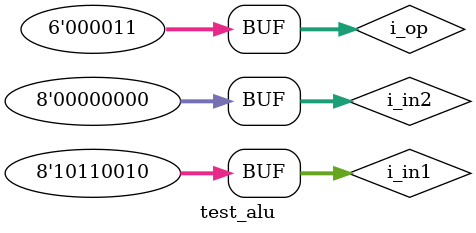
<source format=v>
`timescale 1ns / 1ps


module test_alu;

	// Inputs
	reg [5:0] i_op;
	reg [7:0] i_in1;
	reg [7:0] i_in2;

	// Outputs
	wire [7:0] o_res;
	wire o_cout;

	// Instantiate the Unit Under Test (UUT)
	alu uut (
		.i_op(i_op), 
		.i_in1(i_in1), 
		.i_in2(i_in2), 
		.o_res(o_res), 
		.o_cout(o_cout)
	);

	initial begin
		// Initialize Inputs
		i_in1 = 8'b00001101;
		i_in2 = 8'b00110110;
		i_op = 6'b100000;
		
		// op: suma
		//resultado: 01000011

		// Wait 100 ns for global reset to finish
		#100;
		
		
		i_in1 = 8'b10000000;
		i_in2 = 8'b10000000;
		i_op = 6'b100000;
		
		// op: suma
		//resultado: 00000000 con carry 1

		// Wait 100 ns for global reset to finish
		#100;
		i_in1 = 8'b00110010;
		i_in2 = 8'b11011001;
		i_op = 6'b100010;
		
		// op: substact
		//resultado: 01010101

		// Wait 100 ns for global reset to finish
		#100;
		i_in1 = 8'b00110010;
		i_in2 = 8'b11011001;
		i_op = 6'b100101;
		
		// op: or
		//resultado: 11111011

		// Wait 100 ns for global reset to finish
		#100;
		i_in1 = 8'b00110010;
		i_in2 = 8'b11011001;
		i_op = 6'b100100;
		
		// op: and
		//resultado: 00010000

		// Wait 100 ns for global reset to finish
		#100;
		i_in1 = 8'b00110010;
		i_in2 = 8'b11011001;
		i_op = 6'b100111;
		
		// op: nor
		//resultado: 00000100

		// Wait 100 ns for global reset to finish
		#100;
		i_in1 = 8'b00110010;
		i_in2 = 8'b11011001;
		i_op = 6'b100110;
		
		// op: xor
		//resultado: 11101011

		// Wait 100 ns for global reset to finish
		#100;
		i_in1 = 8'b10110010;
		i_in2 = 8'b00000010;
		i_op = 6'b000010;
		
		// op: shift logico derecha
		//resultado: 00101100

		// Wait 100 ns for global reset to finish
		#100;
		i_in1 = 8'b10110010;
		i_in2 = 8'b00000010;
		i_op = 6'b000011;
		
		// op: shift aritmetico derecha
		//resultado: 11101100

		// Wait 100 ns for global reset to finish
		#100;		
		
		
		i_in1 = 8'b10110010;
		i_in2 = 8'b00000000;
		i_op = 6'b000010;
		
		// op: shift logico derecha
		//resultado: 10110010

		// Wait 100 ns for global reset to finish
		#100;
		i_in1 = 8'b10110010;
		i_in2 = 8'b00000000;
		i_op = 6'b000011;
		
		// op: shift aritmetico derecha
		//resultado: 10110010

		// Wait 100 ns for global reset to finish
		#100;
        
		// Add stimulus here

	end
      
endmodule


</source>
